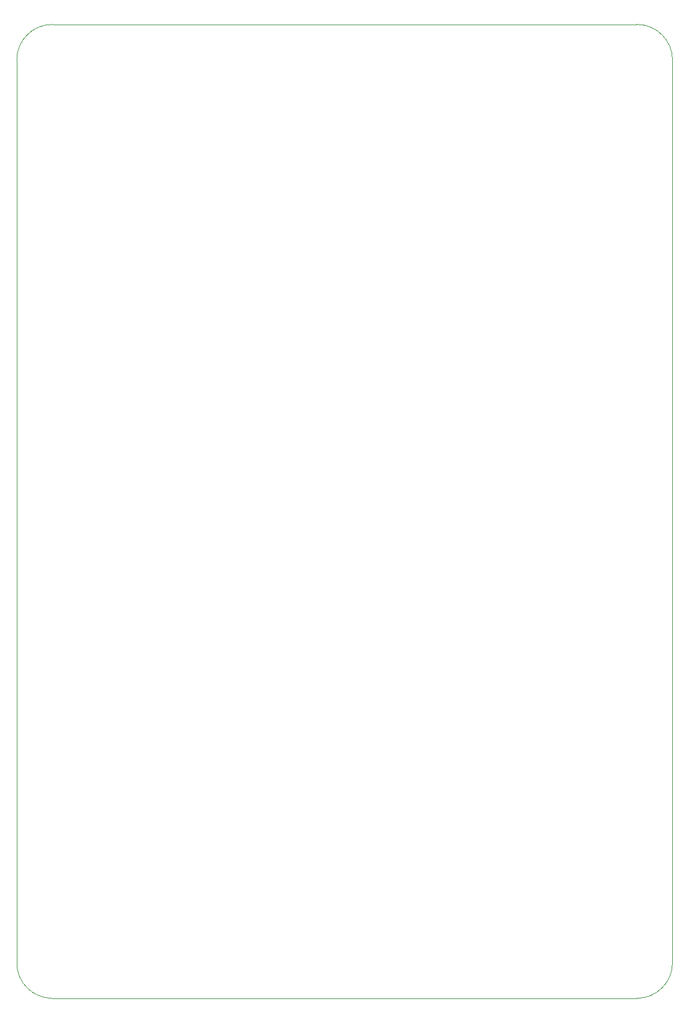
<source format=gbr>
%TF.GenerationSoftware,KiCad,Pcbnew,7.0.9*%
%TF.CreationDate,2024-08-13T23:39:12-05:00*%
%TF.ProjectId,TestStand,54657374-5374-4616-9e64-2e6b69636164,rev?*%
%TF.SameCoordinates,Original*%
%TF.FileFunction,Profile,NP*%
%FSLAX46Y46*%
G04 Gerber Fmt 4.6, Leading zero omitted, Abs format (unit mm)*
G04 Created by KiCad (PCBNEW 7.0.9) date 2024-08-13 23:39:12*
%MOMM*%
%LPD*%
G01*
G04 APERTURE LIST*
%TA.AperFunction,Profile*%
%ADD10C,0.100000*%
%TD*%
G04 APERTURE END LIST*
D10*
X27500000Y-63000000D02*
G75*
G03*
X22500000Y-68000000I0J-5000000D01*
G01*
X22500000Y-68000000D02*
X22500000Y-195500000D01*
X110000000Y-63000000D02*
X27500000Y-63000000D01*
X27500000Y-200500000D02*
X110000000Y-200500000D01*
X115000000Y-195500000D02*
X115000000Y-68000000D01*
X115000000Y-68000000D02*
G75*
G03*
X110000000Y-63000000I-5000000J0D01*
G01*
X22500000Y-195500000D02*
G75*
G03*
X27500000Y-200500000I5000000J0D01*
G01*
X110000000Y-200500000D02*
G75*
G03*
X115000000Y-195500000I0J5000000D01*
G01*
M02*

</source>
